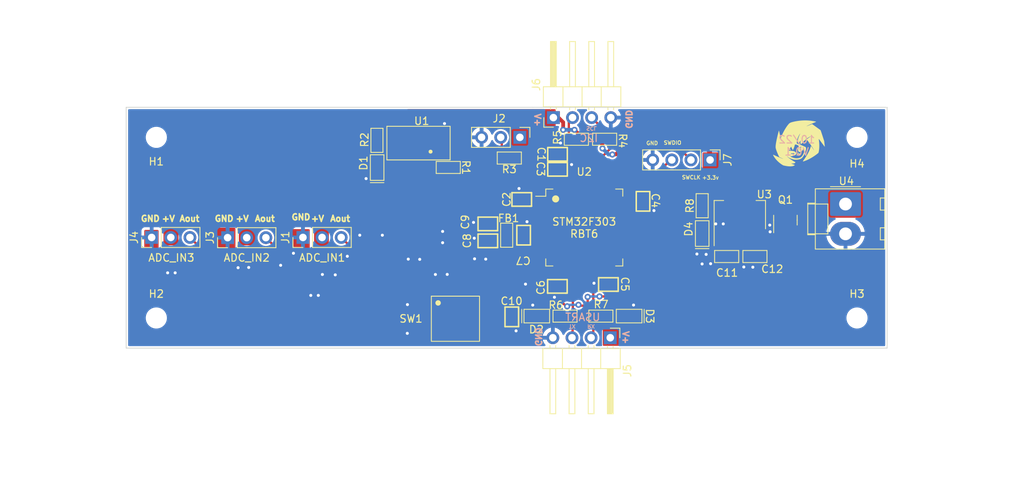
<source format=kicad_pcb>
(kicad_pcb (version 20211014) (generator pcbnew)
  (layers (0 "F.Cu" signal) (31 "B.Cu" signal) (34 "B.Paste" user) (35 "F.Paste" user) (36 "B.SilkS" user "B.Silkscreen") (37 "F.SilkS" user "F.Silkscreen") (38 "B.Mask" user) (39 "F.Mask" user) (44 "Edge.Cuts" user))
  (net 0 "")
  (net 1 "+3V3")
  (net 2 "GND")
  (net 3 "+3.3VA")
  (net 4 "/NRST")
  (net 5 "/POST_PRTCTION")
  (net 6 "Net-(D1-Pad2)")
  (net 7 "Net-(D2-Pad2)")
  (net 8 "Net-(D3-Pad2)")
  (net 9 "Net-(D4-Pad2)")
  (net 10 "/ADC_IN1")
  (net 11 "/BOOT0_SEL")
  (net 12 "/ADC_IN2")
  (net 13 "/ADC_IN3")
  (net 14 "/STM32_TX")
  (net 15 "/STM32_RX")
  (net 16 "/I2C1_SDA")
  (net 17 "/I2C1_SCL")
  (net 18 "/SWCLK")
  (net 19 "/SWDIO")
  (net 20 "/PWR_IN")
  (net 21 "/USER_LED")
  (net 22 "/OPC_IN")
  (net 23 "Net-(R2-Pad1)")
  (net 24 "/BOOT0_PIN")
  (footprint "footprints:0603_Capacitor" (layer "F.Cu") (at 167 70.55 180)
    (fp_text reference "C5")
    (fp_text value "0.1uF/16v")
  )
  (footprint "footprints:0805_Resistor" (layer "F.Cu") (at 161.25 74.75 180)
    (fp_text reference "R6")
    (fp_text value "1k")
  )
  (footprint "footprints:0603_Capacitor" (layer "F.Cu") (at 155.5 59.25 180)
    (fp_text reference "C2")
    (fp_text value "0.1uF/16v")
  )
  (footprint "footprints:0603_Capacitor" (layer "F.Cu") (at 160.25 55.25)
    (fp_text reference "C3")
    (fp_text value "0.1uF/16v")
  )
  (footprint "footprints:0603_Capacitor" (layer "F.Cu") (at 160.25 53.25)
    (fp_text reference "C1")
    (fp_text value "4.7uF/16v")
  )
  (footprint "footprints:LED_0805" (layer "F.Cu") (at 169.75 74.75 180)
    (fp_text reference "D3")
    (fp_text value "R_LED")
  )
  (footprint "footprints:0603_Capacitor" (layer "F.Cu") (at 151 62.5 180)
    (fp_text reference "C9")
    (fp_text value "1uF/16v")
  )
  (footprint "Connector_PinHeader_2.54mm:PinHeader_1x04_P2.54mm_Horizontal" (layer "F.Cu") (at 159.7 48.375 90)
    (fp_text reference "J6")
    (fp_text value "1x4_PinHeader")
  )
  (footprint "Connector_PinHeader_2.54mm:PinHeader_1x04_P2.54mm_Horizontal" (layer "F.Cu") (at 167.25 77.625 -90)
    (fp_text reference "J5")
    (fp_text value "1x4_PinHeader")
  )
  (footprint "MountingHole:MountingHole_2.2mm_M2" (layer "F.Cu") (at 107 51)
    (fp_text reference "H1")
    (fp_text value "MountingHole")
  )
  (footprint "footprints:0805_Resistor" (layer "F.Cu") (at 162.75 51.25 180)
    (fp_text reference "R5")
    (fp_text value "2.2k")
  )
  (footprint "footprints:0805_Capacitor" (layer "F.Cu") (at 186.45 66.832 180)
    (fp_text reference "C12")
    (fp_text value "22uF/16v")
  )
  (footprint "Package_TO_SOT_SMD:SOT-223-3_TabPin2" (layer "F.Cu") (at 184.45 61.3 90)
    (fp_text reference "U3")
    (fp_text value "AMS1117-3.3")
  )
  (footprint "footprints:0805_Resistor" (layer "F.Cu") (at 145.75 55 180)
    (fp_text reference "R1")
    (fp_text value "1k")
  )
  (footprint "footprints:0603_Capacitor" (layer "F.Cu") (at 160.23 70.8 180)
    (fp_text reference "C6")
    (fp_text value "0.1uF/16v")
  )
  (footprint "footprints:0805_Capacitor" (layer "F.Cu") (at 182.7 66.832 180)
    (fp_text reference "C11")
    (fp_text value "22uF/16v")
  )
  (footprint "footprints:LED_0805" (layer "F.Cu") (at 179.45 63.782 90)
    (fp_text reference "D4")
    (fp_text value "G_LED")
  )
  (footprint "footprints:0805_Resistor" (layer "F.Cu") (at 153.5 64 90)
    (fp_text reference "FB1")
    (fp_text value "600@100MHz")
  )
  (footprint "footprints:0603_Capacitor" (layer "F.Cu") (at 155.75 64 90)
    (fp_text reference "C7")
    (fp_text value "10nF/16v")
  )
  (footprint "OptoDevice:SOIC-4" (layer "F.Cu") (at 141.8 51.6 90)
    (fp_text reference "U1")
    (fp_text value "CYTLP185")
  )
  (footprint "footprints:0603_Capacitor" (layer "F.Cu") (at 171.6 59.5 -90)
    (fp_text reference "C4")
    (fp_text value "0.1uF/16v")
  )
  (footprint "Logos:ES_LOGO" (layer "F.Cu") (at 192.4 51.8)
    (fp_text reference "G***")
    (fp_text value "LOGO" hide)
  )
  (footprint "footprints:0805_Resistor" (layer "F.Cu") (at 166 74.75)
    (fp_text reference "R7")
    (fp_text value "1k")
  )
  (footprint "Package_TO_SOT_SMD:SOT-23" (layer "F.Cu") (at 190.5 62 90)
    (fp_text reference "Q1")
    (fp_text value "AO3401A")
  )
  (footprint "footprints:0805_Resistor" (layer "F.Cu") (at 179.45 60.082 -90)
    (fp_text reference "R8")
    (fp_text value "1k")
  )
  (footprint "Connector_PinHeader_2.54mm:PinHeader_1x03_P2.54mm_Vertical" (layer "F.Cu") (at 155.25 51 -90)
    (fp_text reference "J2")
    (fp_text value "1x3_pinHeader")
  )
  (footprint "footprints:0805_Resistor" (layer "F.Cu") (at 166.5 51.25)
    (fp_text reference "R4")
    (fp_text value "2.2k")
  )
  (footprint "footprints:0603_Capacitor" (layer "F.Cu") (at 154.18 74.85 -90)
    (fp_text reference "C10")
    (fp_text value "0.1uF/16v")
  )
  (footprint "Package_QFP:LQFP-64_10x10mm_P0.5mm" (layer "F.Cu") (at 163.8 62.98)
    (fp_text reference "U2")
    (fp_text value "STM32F303RBTx")
  )
  (footprint "Connector_Molex:Molex_KK-396_A-41791-0002_1x02_P3.96mm_Vertical" (layer "F.Cu") (at 198.475 59.86 -90)
    (fp_text reference "U4")
    (fp_text value "1x2_pinheader")
  )
  (footprint "MountingHole:MountingHole_2.2mm_M2" (layer "F.Cu") (at 200 75)
    (fp_text reference "H3")
    (fp_text value "MountingHole")
  )
  (footprint "footprints:0805_Resistor" (layer "F.Cu") (at 136.2788 51.3968 -90)
    (fp_text reference "R2")
    (fp_text value "1k")
  )
  (footprint "Connector_PinHeader_2.54mm:PinHeader_1x03_P2.54mm_Vertical" (layer "F.Cu") (at 116.46 64.3254 90)
    (fp_text reference "J3")
    (fp_text value "1x3_pinHeader")
  )
  (footprint "footprints:0603_Capacitor" (layer "F.Cu") (at 151 64.75 180)
    (fp_text reference "C8")
    (fp_text value "1uF/16v")
  )
  (footprint "MountingHole:MountingHole_2.2mm_M2" (layer "F.Cu") (at 107 75)
    (fp_text reference "H2")
    (fp_text value "MountingHole")
  )
  (footprint "footprints:LED_0805" (layer "F.Cu") (at 136.3042 55.0138 90)
    (fp_text reference "D1")
    (fp_text value "G_LED")
  )
  (footprint "footprints:LED_0805" (layer "F.Cu") (at 157.5 74.75)
    (fp_text reference "D2")
    (fp_text value "G_LED")
  )
  (footprint "Button_Switch_SMD:PUSH_6x6mm_SMD" (layer "F.Cu") (at 146.7 75.1)
    (fp_text reference "SW1")
    (fp_text value "SW_MEC_5E")
  )
  (footprint "Connector_PinHeader_2.54mm:PinHeader_1x03_P2.54mm_Vertical" (layer "F.Cu") (at 126.46 64.3 90)
    (fp_text reference "J1")
    (fp_text value "1x3_pinHeader")
  )
  (footprint "MountingHole:MountingHole_2.2mm_M2" (layer "F.Cu") (at 200 51)
    (fp_text reference "H4")
    (fp_text value "MountingHole")
  )
  (footprint "footprints:0805_Resistor" (layer "F.Cu") (at 153.85 53.75)
    (fp_text reference "R3")
    (fp_text value "10k")
  )
  (footprint "Connector_PinHeader_2.54mm:PinHeader_1x03_P2.54mm_Vertical" (layer "F.Cu") (at 106.38 64.3 90)
    (fp_text reference "J4")
    (fp_text value "1x3_pinHeader")
  )
  (footprint "Connector_PinHeader_2.54mm:PinHeader_1x04_P2.54mm_Vertical" (layer "F.Cu") (at 180.5 54 -90)
    (fp_text reference "J7")
    (fp_text value "1x4_PinHeader")
  )
  (gr_line (start 103 47) (end 157 47) (layer "Edge.Cuts") (width 0.1))
  (gr_line (start 204 79) (end 103 79) (layer "Edge.Cuts") (width 0.1))
  (gr_line (start 157 47) (end 204 47) (layer "Edge.Cuts") (width 0.1))
  (gr_line (start 204 47) (end 204 79) (layer "Edge.Cuts") (width 0.1))
  (gr_line (start 103 79) (end 103 47) (layer "Edge.Cuts") (width 0.1))
  (gr_text "GND" (at 157.7 77.5 -90) (layer "B.SilkS") (effects (font (size 0.8 0.8) (thickness 0.2)) (justify mirror)))
  (gr_text "+V" (at 169.3 77.6 -90) (layer "B.SilkS") (effects (font (size 0.8 0.8) (thickness 0.2)) (justify mirror)))
  (gr_text "GND" (at 169.7 48.6 -90) (layer "B.SilkS") (effects (font (size 0.8 0.8) (thickness 0.2)) (justify mirror)))
  (gr_text "SCL" (at 164.77 49.8 -180) (layer "B.SilkS") (effects (font (size 0.5 0.5) (thickness 0.1)) (justify mirror)))
  (gr_text "10/22\nV0.1" (at 192 52.1) (layer "B.SilkS") (effects (font (size 1 1)) (justify mirror)))
  (gr_text "+V" (at 157.6 48.7 -90) (layer "B.SilkS") (effects (font (size 0.8 0.8) (thickness 0.2)) (justify mirror)))
  (gr_text "USART" (at 163.6 74.9) (layer "B.SilkS") (effects (font (size 1 1)) (justify mirror)))
  (gr_text "I2C" (at 164.4 51.1) (layer "B.SilkS") (effects (font (size 1 1)) (justify mirror)))
  (gr_text "RX" (at 164.7 76.1 -180) (layer "B.SilkS") (effects (font (size 0.5 0.5) (thickness 0.1)) (justify mirror)))
  (gr_text "TX" (at 162.2 76.1 -180) (layer "B.SilkS") (effects (font (size 0.5 0.5) (thickness 0.1)) (justify mirror)))
  (gr_text "SWCLK" (at 178 56.32) (layer "F.SilkS") (effects (font (size 0.5 0.5) (thickness 0.1))))
  (gr_text "Aout" (at 121.4 61.8) (layer "F.SilkS") (effects (font (size 0.8 0.8) (thickness 0.2))))
  (gr_text "+3.3v" (at 180.55 56.35) (layer "F.SilkS") (effects (font (size 0.5 0.5) (thickness 0.1))))
  (gr_text "ADC_IN3" (at 109 67) (layer "F.SilkS") (effects (font (size 1 1))))
  (gr_text "+V" (at 128.4 61.8) (layer "F.SilkS") (effects (font (size 0.8 0.8) (thickness 0.2))))
  (gr_text "ADC_IN2" (at 119 67) (layer "F.SilkS") (effects (font (size 1 1))))
  (gr_text "+V" (at 108.6 61.8) (layer "F.SilkS") (effects (font (size 0.8 0.8) (thickness 0.2))))
  (gr_text "SWDIO" (at 175.52 51.72) (layer "F.SilkS") (effects (font (size 0.5 0.5) (thickness 0.1))))
  (gr_text "Aout" (at 111.4 61.8) (layer "F.SilkS") (effects (font (size 0.8 0.8) (thickness 0.2))))
  (gr_text "ADC_IN1" (at 129 67) (layer "F.SilkS") (effects (font (size 1 1))))
  (gr_text "GND" (at 106.2 61.8) (layer "F.SilkS") (effects (font (size 0.8 0.8) (thickness 0.2))))
  (gr_text "GND" (at 172.81 51.77) (layer "F.SilkS") (effects (font (size 0.5 0.5) (thickness 0.1))))
  (gr_text "Aout" (at 131.4 61.8) (layer "F.SilkS") (effects (font (size 0.8 0.8) (thickness 0.2))))
  (gr_text "GND" (at 126.2 61.6) (layer "F.SilkS") (effects (font (size 0.8 0.8) (thickness 0.2))))
  (gr_text "+V" (at 118.4 61.8) (layer "F.SilkS") (effects (font (size 0.8 0.8) (thickness 0.2))))
  (gr_text "GND" (at 116 61.8) (layer "F.SilkS") (effects (font (size 0.8 0.8) (thickness 0.2))))
  (gr_text "STM32F303\nRBT6" (at 163.79 63.02) (layer "F.SilkS") (effects (font (size 1 1))))
  (segment (start 179.5 52) (end 178.25 50.75) (width 0.5) (layer "F.Cu") (net 1))
  (segment (start 164.06 73.36) (end 163.14 73.36) (width 0.3) (layer "F.Cu") (net 1))
  (segment (start 166.220023 52.470023) (end 166.220023 51.970023) (width 0.5) (layer "F.Cu") (net 1))
  (segment (start 161.0005 50) (end 161.0005 49.0005) (width 0.5) (layer "F.Cu") (net 1))
  (segment (start 164.2505 73.1695) (end 164.06 73.36) (width 0.3) (layer "F.Cu") (net 1))
  (segment (start 163.14 73.36) (end 163.03 73.25) (width 0.3) (layer "F.Cu") (net 1))
  (segment (start 160.0292 56.2792) (end 160.0292 57.1138) (width 0.3) (layer "F.Cu") (net 1))
  (segment (start 163.75 51.25) (end 162.5 50) (width 0.5) (layer "F.Cu") (net 1))
  (segment (start 168 53.25) (end 167.559954 53.25) (width 0.5) (layer "F.Cu") (net 1))
  (segment (start 169.475 59.01) (end 169.735 58.75) (width 0.3) (layer "F.Cu") (net 1))
  (segment (start 166.220023 51.970023) (end 165.5 51.25) (width 0.5) (layer "F.Cu") (net 1))
  (segment (start 167.55 68.655) (end 167.55 70.35) (width 0.3) (layer "F.Cu") (net 1))
  (segment (start 161.0005 49.0005) (end 160.375 48.375) (width 0.5) (layer "F.Cu") (net 1))
  (segment (start 151.75 62.5) (end 153 62.5) (width 0.4) (layer "F.Cu") (net 1))
  (segment (start 139.63 52.87) (end 138.8 52.87) (width 0.3) (layer "F.Cu") (net 1))
  (segment (start 184.45 64.45) (end 184.45 65.35) (width 0.7) (layer "F.Cu") (net 1))
  (segment (start 170.5 50.75) (end 168 53.25) (width 0.5) (layer "F.Cu") (net 1))
  (segment (start 159.5 55.25) (end 159.5 53.25) (width 0.5) (layer "F.Cu") (net 1))
  (segment (start 158.125 59.23) (end 156.27 59.23) (width 0.3) (layer "F.Cu") (net 1))
  (segment (start 159.5 55.25) (end 159.5 55.75) (width 0.3) (layer "F.Cu") (net 1))
  (segment (start 167.849511 77.025489) (end 167.25 77.625) (width 0.3) (layer "F.Cu") (net 1))
  (segment (start 164.2505 72.2) (end 164.2505 73.1695) (width 0.3) (layer "F.Cu") (net 1))
  (segment (start 161.39 73.45) (end 160.98 73.04) (width 0.3) (layer "F.Cu") (net 1))
  (segment (start 184.45 65.35) (end 183.7 66.1) (width 0.7) (layer "F.Cu") (net 1))
  (segment (start 180.5 53) (end 179.5 52) (width 0.5) (layer "F.Cu") (net 1))
  (segment (start 160.98 73.04) (end 160.98 70.8) (width 0.3) (layer "F.Cu") (net 1))
  (segment (start 161.05 68.655) (end 161.05 70.73) (width 0.3) (layer "F.Cu") (net 1))
  (segment (start 167.42 72.14) (end 165.82 72.14) (width 0.3) (layer "F.Cu") (net 1))
  (segment (start 167.46 72.1) (end 167.42 72.14) (width 0.3) (layer "F.Cu") (net 1))
  (segment (start 183.7 66.1) (end 183.7 66.832) (width 0.7) (layer "F.Cu") (net 1))
  (segment (start 178.25 50.75) (end 170.5 50.75) (width 0.5) (layer "F.Cu") (net 1))
  (segment (start 167.75 71.81) (end 167.46 72.1) (width 0.3) (layer "F.Cu") (net 1))
  (segment (start 171.6 58.75) (end 169.735 58.75) (width 0.3) (layer "F.Cu") (net 1))
  (segment (start 169.475 59.23) (end 169.475 59.01) (width 0.3) (layer "F.Cu") (net 1))
  (segment (start 167.559954 53.25) (end 167.529977 53.279977) (width 0.4) (layer "F.Cu") (net 1))
  (segment (start 153 62.5) (end 153.5 63) (width 0.4) (layer "F.Cu") (net 1))
  (segment (start 159.5 55.75) (end 160.0292 56.2792) (width 0.3) (layer "F.Cu") (net 1))
  (segment (start 160.98 70.8) (end 161.0592 70.7208) (width 0.3) (layer "F.Cu") (net 1))
  (segment (start 180.5 54) (end 180.5 53) (width 0.5) (layer "F.Cu") (net 1))
  (segment (start 165.5 51.25) (end 163.75 51.25) (width 0.5) (layer "F.Cu") (net 1))
  (segment (start 167.75 70.55) (end 167.75 71.81) (width 0.3) (layer "F.Cu") (net 1))
  (segment (start 156.27 59.23) (end 156.25 59.25) (width 0.3) (layer "F.Cu") (net 1))
  (segment (start 160.375 48.375) (end 159.7 48.375) (width 0.4) (layer "F.Cu") (net 1))
  (via (at 162.5 50) (size 0.8) (drill 0.4) (layers "F.Cu" "B.Cu") (net 1))
  (via (at 165.82 72.14) (size 0.8) (drill 0.4) (layers "F.Cu" "B.Cu") (net 1))
  (via (at 161.0005 50) (size 0.8) (drill 0.4) (layers "F.Cu" "B.Cu") (net 1))
  (via (at 163.03 73.25) (size 0.8) (drill 0.4) (layers "F.Cu" "B.Cu") (net 1))
  (via (at 166.220023 52.470023) (size 0.8) (drill 0.4) (layers "F.Cu" "B.Cu") (net 1))
  (via (at 167.529977 53.279977) (size 0.8) (drill 0.4) (layers "F.Cu" "B.Cu") (net 1))
  (via (at 164.2505 72.2) (size 0.8) (drill 0.4) (layers "F.Cu" "B.Cu") (net 1))
  (via (at 161.5305 73.45) (size 0.8) (drill 0.4) (layers "F.Cu" "B.Cu") (net 1))
  (segment (start 164.3105 72.14) (end 164.2505 72.2) (width 0.3) (layer "B.Cu") (net 1))
  (segment (start 163.03 73.25) (end 161.7305 73.25) (width 0.3) (layer "B.Cu") (net 1))
  (segment (start 162.5 50) (end 161.0005 50) (width 0.5) (layer "B.Cu") (net 1))
  (segment (start 167.029977 53.279977) (end 166.220023 52.470023) (width 0.5) (layer "B.Cu") (net 1))
  (segment (start 161.7305 73.25) (end 161.5305 73.45) (width 0.3) (layer "B.Cu") (net 1))
  (segment (start 167.529977 53.279977) (end 167.029977 53.279977) (width 0.5) (layer "B.Cu") (net 1))
  (segment (start 165.82 72.14) (end 164.3105 72.14) (width 0.3) (layer "B.Cu") (net 1))
  (segment (start 155.14 57.8) (end 154.75 58.19) (width 0.4) (layer "F.Cu") (net 2))
  (segment (start 165.09 70.38) (end 166.08 70.38) (width 0.5) (layer "F.Cu") (net 2))
  (segment (start 161 53.25) (end 161 55.25) (width 0.3) (layer "F.Cu") (net 2))
  (segment (start 161.483618 55.25) (end 161 55.25) (width 0.4) (layer "F.Cu") (net 2))
  (segment (start 160.650498 51.75) (end 160.900489 51.999991) (width 0.3) (layer "F.Cu") (net 2))
  (segment (start 156.55 73.7) (end 156.55 74.75) (width 0.4) (layer "F.Cu") (net 2))
  (segment (start 149.2 64.4) (end 149.55 64.75) (width 0.5) (layer "F.Cu") (net 2))
  (segment (start 167.05 69.75) (end 166.25 70.55) (width 0.3) (layer "F.Cu") (net 2))
  (segment (start 158.125 64.73) (end 157.07 64.73) (width 0.3) (layer "F.Cu") (net 2))
  (segment (start 179.732 64.45) (end 179.45 64.732) (width 0.3) (layer "F.Cu") (net 2))
  (segment (start 156.96 73.29) (end 156.55 73.7) (width 0.4) (layer "F.Cu") (net 2))
  (segment (start 173.05 60.64) (end 172.66 60.25) (width 0.3) (layer "F.Cu") (net 2))
  (segment (start 173.05 60.73) (end 173.05 60.64) (width 0.3) (layer "F.Cu") (net 2))
  (segment (start 159.48 71.88) (end 159.48 70.8) (width 0.5) (layer "F.Cu") (net 2))
  (segment (start 169.475 59.73) (end 171.08 59.73) (width 0.3) (layer "F.Cu") (net 2))
  (segment (start 162.116809 54.616809) (end 161.483618 55.25) (width 0.4) (layer "F.Cu") (net 2))
  (segment (start 140.33 73.22) (end 140.7 72.85) (width 0.4) (layer "F.Cu") (net 2))
  (segment (start 167.05 68.655) (end 167.05 69.75) (width 0.3) (layer "F.Cu") (net 2))
  (segment (start 156.861511 64.521511) (end 156.861511 64.242) (width 0.3) (layer "F.Cu") (net 2))
  (segment (start 160.900489 51.999991) (end 160.900489 52.15) (width 0.3) (layer "F.Cu") (net 2))
  (segment (start 154.18 75.6) (end 154.18 76.14) (width 0.4) (layer "F.Cu") (net 2))
  (segment (start 157.07 64.73) (end 156.861511 64.521511) (width 0.3) (layer "F.Cu") (net 2))
  (segment (start 154.75 58.19) (end 154.75 59.25) (width 0.4) (layer "F.Cu") (net 2))
  (segment (start 140.7 72.85) (end 142.15 72.85) (width 0.4) (layer "F.Cu") (net 2))
  (segment (start 172.66 60.25) (end 171.6 60.25) (width 0.3) (layer "F.Cu") (net 2))
  (segment (start 160.55 57.305) (end 160.55 55.7) (width 0.3) (layer "F.Cu") (net 2))
  (segment (start 145.25 49.17) (end 144.8 49.62) (width 0.5) (layer "F.Cu") (net 2))
  (segment (start 155.869511 63.25) (end 155.75 63.25) (width 0.3) (layer "F.Cu") (net 2))
  (segment (start 140.62 77.35) (end 142.15 77.35) (width 0.4) (layer "F.Cu") (net 2))
  (segment (start 170.7 73.64) (end 170.7 74.75) (width 0.5) (layer "F.Cu") (net 2))
  (segment (start 181.7 64.9) (end 182.15 64.45) (width 0.3) (layer "F.Cu") (net 2))
  (segment (start 140.31 77.04) (end 140.62 77.35) (width 0.4) (layer "F.Cu") (net 2))
  (segment (start 149.3 62.5) (end 150.25 62.5) (width 0.5) (layer "F.Cu") (net 2))
  (segment (start 160.55 55.7) (end 161 55.25) (width 0.3) (layer "F.Cu") (net 2))
  (segment (start 144.8 49.62) (end 144.8 50.33) (width 0.5) (layer "F.Cu") (net 2))
  (segment (start 160.900489 52.15) (end 161 52.249511) (width 0.3) (layer "F.Cu") (net 2))
  (segment (start 161 52.249511) (end 161 53.25) (width 0.3) (layer "F.Cu") (net 2))
  (segment (start 134.84 56.48) (end 135.3562 55.9638) (width 0.4) (layer "F.Cu") (net 2))
  (segment (start 159.84 72.24) (end 159.48 71.88) (width 0.5) (layer "F.Cu") (net 2))
  (segment (start 155.940039 63.25) (end 155.75 63.25) (width 0.3) (layer "F.Cu") (net 2))
  (segment (start 156.861511 64.242) (end 155.869511 63.25) (width 0.3) (layer "F.Cu") (net 2))
  (segment (start 155.9 63.25) (end 155.75 63.25) (width 0.3) (layer "F.Cu") (net 2))
  (segment (start 171.08 59.73) (end 171.6 60.25) (width 0.3) (layer "F.Cu") (net 2))
  (segment (start 149.1 62.3) (end 149.3 62.5) (width 0.5) (layer "F.Cu") (net 2))
  (segment (start 170.34 73.28) (end 170.7 73.64) (width 0.5) (layer "F.Cu") (net 2))
  (segment (start 149.55 64.75) (end 150.25 64.75) (width 0.5) (layer "F.Cu") (net 2))
  (segment (start 156.2 62.21) (end 155.75 62.66) (width 0.5) (layer "F.Cu") (net 2))
  (segment (start 155.75 62.66) (end 155.75 63.25) (width 0.5) (layer "F.Cu") (net 2))
  (segment (start 154.18 76.14) (end 154.75 76.71) (width 0.4) (layer "F.Cu") (net 2))
  (segment (start 135.3562 55.9638) (end 136.3042 55.9638) (width 0.4) (layer "F.Cu") (net 2))
  (via (at 134.84 56.48) (size 0.8) (drill 0.4) (layers "F.Cu" "B.Cu") (net 2))
  (via (at 173.05 60.73) (size 0.8) (drill 0.4) (layers "F.Cu" "B.Cu") (net 2))
  (via (at 181.25 62.5) (size 0.8) (drill 0.4) (layers "F.Cu" "B.Cu") (net 2))
  (via (at 125.2 66.4) (size 0.8) (drill 0.4) (layers "F.Cu" "B.Cu") (net 2))
  (via (at 188.47 63.55) (size 0.8) (drill 0.4) (layers "F.Cu" "B.Cu") (net 2))
  (via (at 165.09 70.38) (size 0.8) (drill 0.4) (layers "F.Cu" "B.Cu") (net 2))
  (via (at 149.1 62.3) (size 0.8) (drill 0.4) (layers "F.Cu" "B.Cu") (net 2))
  (via (at 108.5 69) (size 0.8) (drill 0.4) (layers "F.Cu" "B.Cu") (net 2))
  (via (at 119.26 68.29) (size 0.8) (drill 0.4) (layers "F.Cu" "B.Cu") (net 2))
  (via (at 159.84 72.24) (size 0.8) (drill 0.4) (layers "F.Cu" "B.Cu") (net 2))
  (via (at 130.75 69.27) (size 0.8) (drill 0.4) (layers "F.Cu" "B.Cu") (net 2))
  (via (at 140.44 67.18) (size 0.8) (drill 0.4) (layers "F.Cu" "B.Cu") (net 2))
  (via (at 188.42 62.66) (size 0.8) (drill 0.4) (layers "F.Cu" "B.Cu") (net 2))
  (via (at 145 65) (size 0.8) (drill 0.4) (layers "F.Cu" "B.Cu") (net 2))
  (via (at 127.5 72) (size 0.8) (drill 0.4) (layers "F.Cu" "B.Cu") (net 2))
  (via (at 156.2 62.21) (size 0.8) (drill 0.4) (layers "F.Cu" "B.Cu") (net 2))
  (via (at 145.61 69.21) (size 0.8) (drill 0.4) (layers "F.Cu" "B.Cu") (net 2))
  (via (at 137 64) (size 0.8) (drill 0.4) (layers "F.Cu" "B.Cu") (net 2))
  (via (at 180.57 67.79) (size 0.8) (drill 0.4) (layers "F.Cu" "B.Cu") (net 2))
  (via (at 134 64) (size 0.8) (drill 0.4) (layers "F.Cu" "B.Cu") (net 2))
  (via (at 145 63.5) (size 0.8) (drill 0.4) (layers "F.Cu" "B.Cu") (net 2))
  (via (at 160.650498 51.75) (size 0.8) (drill 0.4) (layers "F.Cu" "B.Cu") (net 2))
  (via (at 129.04 69.22) (size 0.8) (drill 0.4) (layers "F.Cu" "B.Cu") (net 2))
  (via (at 178.75 66.5) (size 0.8) (drill 0.4) (layers "F.Cu" "B.Cu") (net 2))
  (via (at 182.25 62.5) (size 0.8) (drill 0.4) (layers "F.Cu" "B.Cu") (net 2))
  (via (at 179.975 66.55) (size 0.8) (drill 0.4) (layers "F.Cu" "B.Cu") (net 2))
  (via (at 117.85 68.32) (size 0.8) (drill 0.4) (layers "F.Cu" "B.Cu") (net 2))
  (via (at 162.116809 54.616809) (size 0.8) (drill 0.4) (layers "F.Cu" "B.Cu") (net 2))
  (via (at 128.5 72) (size 0.8) (drill 0.4) (layers "F.Cu" "B.Cu") (net 2))
  (via (at 155.14 57.8) (size 0.8) (drill 0.4) (layers "F.Cu" "B.Cu") (net 2))
  (via (at 149.2 64.4) (size 0.8) (drill 0.4) (layers "F.Cu" "B.Cu") (net 2))
  (via (at 141.96 67.21) (size 0.8) (drill 0.4) (layers "F.Cu" "B.Cu") (net 2))
  (via (at 132.35 66.8) (size 0.8) (drill 0.4) (layers "F.Cu" "B.Cu") (net 2))
  (via (at 179.44 67.82) (size 0.8) (drill 0.4) (layers "F.Cu" "B.Cu") (net 2))
  (via (at 156 70.5) (size 0.8) (drill 0.4) (layers "F.Cu" "B.Cu") (net 2))
  (via (at 140.31 77.04) (size 0.8) (drill 0.4) (layers "F.Cu" "B.Cu") (net 2))
  (via (at 150.72 67.18) (size 0.8) (drill 0.4) (layers "F.Cu" "B.Cu") (net 2))
  (via (at 123.5 68) (size 0.8) (drill 0.4) (layers "F.Cu" "B.Cu") (net 2))
  (via (at 156.96 73.29) (size 0.8) (drill 0.4) (layers "F.Cu" "B.Cu") (net 2))
  (via (at 170.34 73.28) (size 0.8) (drill 0.4) (layers "F.Cu" "B.Cu") (net 2))
  (via (at 144.04 69.22) (size 0.8) (drill 0.4) (layers "F.Cu" "B.Cu") (net 2))
  (via (at 186.175 68.25) (size 0.8) (drill 0.4) (layers "F.Cu" "B.Cu") (net 2))
  (via (at 184.975 68.225) (size 0.8) (drill 0.4) (layers "F.Cu" "B.Cu") (net 2))
  (via (at 109.5 69) (size 0.8) (drill 0.4) (layers "F.Cu" "B.Cu") (net 2))
  (via (at 154.75 76.71) (size 0.8) (drill 0.4) (layers "F.Cu" "B.Cu") (net 2))
  (via (at 145.25 49.17) (size 0.8) (drill 0.4) (layers "F.Cu" "B.Cu") (net 2))
  (via (at 140.33 73.22) (size 0.8) (drill 0.4) (layers "F.Cu" "B.Cu") (net 2))
  (via (at 149.24 67.14) (size 0.8) (drill 0.4) (layers "F.Cu" "B.Cu") (net 2))
  (segment (start 158.125 65.23) (end 156.23 65.23) (width 0.3) (layer "F.Cu") (net 3))
  (segment (start 151.75 64.75) (end 153.25 64.75) (width 0.5) (layer "F.Cu") (net 3))
  (segment (start 156.23 65.23) (end 155.75 64.75) (width 0.3) (layer "F.Cu") (net 3))
  (segment (start 155.5 65) (end 155.75 64.75) (width 0.3) (layer "F.Cu") (net 3))
  (segment (start 153.25 64.75) (end 153.5 65) (width 0.3) (layer "F.Cu") (net 3))
  (segment (start 153.5 65) (end 155.5 65) (width 0.5) (layer "F.Cu") (net 3))
  (segment (start 159.41 62.639639) (end 159.000361 62.23) (width 0.3) (layer "F.Cu") (net 4))
  (segment (start 158.43 70.65) (end 158.43 69.7) (width 0.3) (layer "F.Cu") (net 4))
  (segment (start 154.18 74.1) (end 154.98 74.1) (width 0.3) (layer "F.Cu") (net 4))
  (segment (start 159.41 68.72) (end 159.41 62.639639) (width 0.3) (layer "F.Cu") (net 4))
  (segment (start 151.25 72.85) (end 151.25 77.35) (width 0.3) (layer "F.Cu") (net 4))
  (segment (start 158.43 69.7) (end 159.41 68.72) (width 0.3) (layer "F.Cu") (net 4))
  (segment (start 154.18 74.1) (end 152.5 74.1) (width 0.3) (layer "F.Cu") (net 4))
  (segment (start 159.000361 62.23) (end 158.125 62.23) (width 0.3) (layer "F.Cu") (net 4))
  (segment (start 152.5 74.1) (end 151.25 72.85) (width 0.3) (layer "F.Cu") (net 4))
  (segment (start 154.98 74.1) (end 158.43 70.65) (width 0.3) (layer "F.Cu") (net 4))
  (segment (start 186.75 66.132) (end 186.75 64.45) (width 0.7) (layer "F.Cu") (net 5))
  (segment (start 187.45 66.832) (end 186.75 66.132) (width 0.7) (layer "F.Cu") (net 5))
  (segment (start 136.2788 52.3968) (end 136.2788 54.0384) (width 0.3) (layer "F.Cu") (net 6))
  (segment (start 136.2788 54.0384) (end 136.3042 54.0638) (width 0.3) (layer "F.Cu") (net 6))
  (segment (start 158.45 74.75) (end 160.25 74.75) (width 0.3) (layer "F.Cu") (net 7))
  (segment (start 168.8 74.75) (end 167 74.75) (width 0.3) (layer "F.Cu") (net 8))
  (segment (start 179.45 61.082) (end 179.45 62.832) (width 0.3) (layer "F.Cu") (net 9))
  (segment (start 133.41 66.17) (end 131.54 64.3) (width 0.3) (layer "F.Cu") (net 10))
  (segment (start 158.125 65.73) (end 156.263572 65.73) (width 0.3) (layer "F.Cu") (net 10))
  (segment (start 156.263572 65.73) (end 155.823572 66.17) (width 0.3) (layer "F.Cu") (net 10))
  (segment (start 155.823572 66.17) (end 133.41 66.17) (width 0.3) (layer "F.Cu") (net 10))
  (segment (start 152.85 51.14) (end 152.71 51) (width 0.3) (layer "F.Cu") (net 11))
  (segment (start 152.85 53.75) (end 152.85 51.14) (width 0.3) (layer "F.Cu") (net 11))
  (segment (start 125.4646 68.25) (end 155.11 68.25) (width 0.3) (layer "F.Cu") (net 12))
  (segment (start 155.11 68.25) (end 157.13 66.23) (width 0.3) (layer "F.Cu") (net 12))
  (segment (start 157.13 66.23) (end 158.125 66.23) (width 0.3) (layer "F.Cu") (net 12))
  (segment (start 121.54 64.3254) (end 125.4646 68.25) (width 0.3) (layer "F.Cu") (net 12))
  (segment (start 154.625 70.23) (end 158.125 66.73) (width 0.3) (layer "F.Cu") (net 13))
  (segment (start 152.32003 70.23) (end 152.329541 70.220489) (width 0.3) (layer "F.Cu") (net 13))
  (segment (start 117.39 70.23) (end 152.32003 70.23) (width 0.3) (layer "F.Cu") (net 13))
  (segment (start 111.46 64.3) (end 117.39 70.23) (width 0.3) (layer "F.Cu") (net 13))
  (segment (start 152.950459 70.220489) (end 152.95997 70.23) (width 0.3) (layer "F.Cu") (net 13))
  (segment (start 152.95997 70.23) (end 154.625 70.23) (width 0.3) (layer "F.Cu") (net 13))
  (segment (start 152.329541 70.220489) (end 152.950459 70.220489) (width 0.3) (layer "F.Cu") (net 13))
  (segment (start 162.25 77.545) (end 162.17 77.625) (width 0.3) (layer "F.Cu") (net 14))
  (segment (start 162.280011 71.389989) (end 163.55 70.12) (width 0.3) (layer "F.Cu") (net 14))
  (segment (start 162.25 74.75) (end 162.280011 74.719989) (width 0.3) (layer "F.Cu") (net 14))
  (segment (start 163.55 70.12) (end 163.55 68.655) (width 0.3) (layer "F.Cu") (net 14))
  (segment (start 162.25 74.75) (end 162.25 77.545) (width 0.3) (layer "F.Cu") (net 14))
  (segment (start 162.280011 74.719989) (end 162.280011 71.389989) (width 0.3) (layer "F.Cu") (net 14))
  (segment (start 164.05 68.655) (end 164.05 70.39997) (width 0.3) (layer "F.Cu") (net 15))
  (segment (start 165 77.335) (end 164.71 77.625) (width 0.3) (layer "F.Cu") (net 15))
  (segment (start 164.05 70.39997) (end 165 71.34997) (width 0.3) (layer "F.Cu") (net 15))
  (segment (start 165 74.75) (end 165 77.335) (width 0.3) (layer "F.Cu") (net 15))
  (segment (start 165 71.34997) (end 165 74.75) (width 0.3) (layer "F.Cu") (net 15))
  (segment (start 162.55 57.305) (end 162.55 55.29) (width 0.3) (layer "F.Cu") (net 16))
  (segment (start 161.75 48.865) (end 162.24 48.375) (width 0.3) (layer "F.Cu") (net 16))
  (segment (start 163 54.84) (end 163 52.5) (width 0.3) (layer "F.Cu") (net 16))
  (segment (start 161.75 51.25) (end 161.75 48.865) (width 0.3) (layer "F.Cu") (net 16))
  (segment (start 162.55 55.29) (end 163 54.84) (width 0.3) (layer "F.Cu") (net 16))
  (segment (start 163 52.5) (end 161.75 51.25) (width 0.3) (layer "F.Cu") (net 16))
  (segment (start 167.5 51.25) (end 167.5 52.25) (width 0.3) (layer "F.Cu") (net 17))
  (segment (start 163.1 55.81) (end 163.05 55.86) (width 0.3) (layer "F.Cu") (net 17))
  (segment (start 167.5 52.25) (end 165.75 54) (width 0.3) (layer "F.Cu") (net 17))
  (segment (start 163.05 55.86) (end 163.05 57.305) (width 0.3) (layer "F.Cu") (net 17))
  (segment (start 163.11 55.81) (end 163.1 55.81) (width 0.3) (layer "F.Cu") (net 17))
  (segment (start 165.75 54) (end 164.92 54) (width 0.3) (layer "F.Cu") (net 17))
  (segment (start 164.92 54) (end 163.11 55.81) (width 0.3) (layer "F.Cu") (net 17))
  (segment (start 167.5 51.095) (end 164.78 48.375) (width 0.3) (layer "F.Cu") (net 17))
  (segment (start 167.5 51.25) (end 167.5 51.095) (width 0.3) (layer "F.Cu") (net 17))
  (segment (start 167.55 55.95) (end 171 52.5) (width 0.3) (layer "F.Cu") (net 18))
  (segment (start 177.96 54) (end 176.46 52.5) (width 0.3) (layer "F.Cu") (net 18))
  (segment (start 167.55 57.305) (end 167.55 55.95) (width 0.3) (layer "F.Cu") (net 18))
  (segment (start 176.46 52.5) (end 171 52.5) (width 0.3) (layer "F.Cu") (net 18))
  (segment (start 171.117639 56) (end 168.19 58.927639) (width 0.3) (layer "F.Cu") (net 19))
  (segment (start 173.25 56) (end 171.117639 56) (width 0.3) (layer "F.Cu") (net 19))
  (segment (start 168.19 59.820361) (end 168.599639 60.23) (width 0.3) (layer "F.Cu") (net 19))
  (segment (start 168.599639 60.23) (end 169.475 60.23) (width 0.3) (layer "F.Cu") (net 19))
  (segment (start 175.42 54) (end 175.25 54) (width 0.3) (layer "F.Cu") (net 19))
  (segment (start 168.19 58.927639) (end 168.19 59.820361) (width 0.3) (layer "F.Cu") (net 19))
  (segment (start 175.25 54) (end 173.25 56) (width 0.3) (layer "F.Cu") (net 19))
  (segment (start 159.001321 59.73) (end 158.125 59.73) (width 0.3) (layer "F.Cu") (net 21))
  (segment (start 155.440761 55) (end 146.75 55) (width 0.3) (layer "F.Cu") (net 21))
  (segment (start 159.25 58.809239) (end 155.440761 55) (width 0.3) (layer "F.Cu") (net 21))
  (segment (start 159.25 59.481321) (end 159.001321 59.73) (width 0.3) (layer "F.Cu") (net 21))
  (segment (start 159.25 58.809239) (end 159.25 59.481321) (width 0.3) (layer "F.Cu") (net 21))
  (segment (start 144.8 54.95) (end 144.75 55) (width 0.3) (layer "F.Cu") (net 22))
  (segment (start 144.8 52.87) (end 144.8 54.95) (width 0.3) (layer "F.Cu") (net 22))
  (segment (start 136.3456 50.33) (end 136.2788 50.3968) (width 0.3) (layer "F.Cu") (net 23))
  (segment (start 138.8 50.33) (end 136.3456 50.33) (width 0.3) (layer "F.Cu") (net 23))
  (segment (start 159.25 57.125) (end 155.875 53.75) (width 0.3) (layer "F.Cu") (net 24))
  (segment (start 162.05 57.305) (end 162.05 58.2) (width 0.3) (layer "F.Cu") (net 24))
  (segment (start 155.875 53.75) (end 154.85 53.75) (width 0.3) (layer "F.Cu") (net 24))
  (segment (start 161.75 58.5) (end 159.75 58.5) (width 0.3) (layer "F.Cu") (net 24))
  (segment (start 159.75 58.5) (end 159.25 58) (width 0.3) (layer "F.Cu") (net 24))
  (segment (start 162.05 58.2) (end 161.75 58.5) (width 0.3) (layer "F.Cu") (net 24))
  (segment (start 159.25 58) (end 159.25 57.125) (width 0.3) (layer "F.Cu") (net 24))
  (zone (net 1) (net_name "+3V3") (layer "F.Cu") (connect_pads yes (clearance 0.254)) (min_thickness 0.254) (fill yes (thermal_gap 0.508) (thermal_bridge_width 0.508))
    (polygon (pts (xy 154 49.25) (xy 153 48.25) (xy 154 48.25)))
  )
  (zone (net 1) (net_name "+3V3") (layer "F.Cu") (connect_pads yes (clearance 0.254)) (min_thickness 0.254) (fill yes (thermal_gap 0.508) (thermal_bridge_width 0.508))
    (polygon (pts (xy 121 62.25) (xy 120.25 63) (xy 120.25 62.25)))
  )
  (zone (net 1) (net_name "+3V3") (layer "F.Cu") (connect_pads yes (clearance 0.254)) (min_thickness 0.254) (fill yes (thermal_gap 0.508) (thermal_bridge_width 0.508))
    (polygon (pts (xy 142.5 56) (xy 143.25 56.75) (xy 142.5 56.75)))
  )
  (zone (net 2) (net_name "GND") (layer "F.Cu") (connect_pads yes (clearance 0.254)) (min_thickness 0.254) (fill yes (thermal_gap 0.508) (thermal_bridge_width 0.508))
    (polygon (pts (xy 114.688875 67.460488) (xy 112.82 65.61) (xy 112.79 63) (xy 115.06 63)))
  )
  (zone (net 1) (net_name "+3V3") (layer "F.Cu") (connect_pads yes (clearance 0.254)) (min_thickness 0.254) (fill yes (thermal_gap 0.508) (thermal_bridge_width 0.508))
    (polygon (pts (xy 139.5 51.75) (xy 140.25 51) (xy 140.25 51.75)))
  )
  (zone (net 5) (net_name "/POST_PRTCTION") (layer "F.Cu") (connect_pads yes (clearance 0.254)) (min_thickness 0.254) (fill yes (thermal_gap 0.508) (thermal_bridge_width 0.508) (smoothing fillet) (radius 0.2))
    (polygon (pts (xy 190.6 66.6) (xy 189.6 66.6) (xy 190.6 65.6)))
  )
  (zone (net 1) (net_name "+3V3") (layer "F.Cu") (connect_pads yes (clearance 0.254)) (min_thickness 0.254) (fill yes (thermal_gap 0.508) (thermal_bridge_width 0.508))
    (polygon (pts (xy 156.57 60.89) (xy 155.31 61.97) (xy 151.832853 61.977626) (xy 151.84 60.25) (xy 155.34 60.25) (xy 155.84 59.75) (xy 155.84 59) (xy 156.57 59.05)))
  )
  (zone (net 1) (net_name "+3V3") (layer "F.Cu") (connect_pads yes (clearance 0.254)) (min_thickness 0.254) (fill yes (thermal_gap 0.508) (thermal_bridge_width 0.508))
    (polygon (pts (xy 172.2 72.25) (xy 170.8 71) (xy 172.2 71)))
  )
  (zone (net 1) (net_name "+3V3") (layer "F.Cu") (connect_pads yes (clearance 0.254)) (min_thickness 0.254) (fill yes (thermal_gap 0.508) (thermal_bridge_width 0.508))
    (polygon (pts (xy 139.75 58.5) (xy 138.5 58.5) (xy 138.5 52.75) (xy 139.75 52.75)))
  )
  (zone (net 1) (net_name "+3V3") (layer "F.Cu") (connect_pads yes (clearance 0.508)) (min_thickness 0.254) (fill yes (thermal_gap 0.508) (thermal_bridge_width 0.508))
    (polygon (pts (xy 185 64.25) (xy 184.25 64.25) (xy 184.25 63.5) (xy 184 63.5) (xy 183.75 63.5) (xy 183.75 58.25) (xy 185 58.25)))
  )
  (zone (net 1) (net_name "+3V3") (layer "F.Cu") (connect_pads yes (clearance 0.254)) (min_thickness 0.254) (fill yes (thermal_gap 0.508) (thermal_bridge_width 0.508))
    (polygon (pts (xy 140.5 61.25) (xy 140 61.75) (xy 140 61.25)))
  )
  (zone (net 1) (net_name "+3V3") (layer "F.Cu") (connect_pads yes (clearance 0.254)) (min_thickness 0.254) (fill yes (thermal_gap 0.508) (thermal_bridge_width 0.508))
    (polygon (pts (xy 120.25 65.35) (xy 117.95 65.35) (xy 117.95 62.5) (xy 109.92 62.5) (xy 109.92 60) (xy 120.25 60)))
  )
  (zone (net 1) (net_name "+3V3") (layer "F.Cu") (connect_pads yes (clearance 0.508)) (min_thickness 0.254) (fill yes (thermal_gap 0.508) (thermal_bridge_width 0.508))
    (polygon (pts (xy 183.75 69.9) (xy 183.75 77) (xy 172 77) (xy 172 71.15) (xy 167.5 71.15) (xy 167.5 69.9)))
  )
  (zone (net 1) (net_name "+3V3") (layer "F.Cu") (connect_pads yes (clearance 0.254)) (min_thickness 0.254) (fill yes (thermal_gap 0.508) (thermal_bridge_width 0.508))
    (polygon (pts (xy 129.9 65.5) (xy 127.94 65.5) (xy 127.94 62.25) (xy 120.25 62.25) (xy 120.25 60) (xy 129.9 60)))
  )
  (zone (net 1) (net_name "+3V3") (layer "F.Cu") (connect_pads yes (clearance 0.254)) (min_thickness 0.254) (fill yes (thermal_gap 0.508) (thermal_bridge_width 0.508))
    (polygon (pts (xy 140.000589 62.493345) (xy 129.000589 62.493345) (xy 129.02897 60.020495) (xy 140.000589 59.993345)))
  )
  (zone (net 1) (net_name "+3V3") (layer "F.Cu") (connect_pads yes (clearance 0.254)) (min_thickness 0.254) (fill yes (thermal_gap 0.508) (thermal_bridge_width 0.508))
    (polygon (pts (xy 160 51.75) (xy 159.5 52.25) (xy 159.5 51.75)))
  )
  (zone (net 1) (net_name "+3V3") (layer "F.Cu") (connect_pads yes (clearance 0.254)) (min_thickness 0.254) (fill yes (thermal_gap 0.508) (thermal_bridge_width 0.508))
    (polygon (pts (xy 109.94 65.35) (xy 107.95 65.35) (xy 107.95 60) (xy 109.94 60)))
  )
  (zone (net 2) (net_name "GND") (layer "F.Cu") (connect_pads yes (clearance 0.254)) (min_thickness 0.254) (fill yes (thermal_gap 0.508) (thermal_bridge_width 0.508))
    (polygon (pts (xy 125.6 68.2) (xy 122.8 65.4) (xy 122.8 63.188239) (xy 125.6 63.188239)))
  )
  (zone (net 1) (net_name "+3V3") (layer "F.Cu") (connect_pads yes (clearance 0.254)) (min_thickness 0.254) (fill yes (thermal_gap 0.508) (thermal_bridge_width 0.508))
    (polygon (pts (xy 158 53.2) (xy 157.4 52.4) (xy 158.2 52.4)))
  )
  (zone (net 2) (net_name "GND") (layer "F.Cu") (connect_pads yes (clearance 0.254)) (min_thickness 0.254) (fill yes (thermal_gap 0.508) (thermal_bridge_width 0.508))
    (polygon (pts (xy 127.36 66) (xy 130.5 66) (xy 131.5 65.5) (xy 132 65.5) (xy 133 66.5) (xy 157.59 65.65) (xy 155.3 68.25) (xy 125.57 68.35) (xy 125.57 63.2) (xy 127.36 63.2)))
  )
  (zone (net 2) (net_name "GND") (layer "F.Cu") (connect_pads yes (clearance 0.3)) (min_thickness 0.254) (fill yes (thermal_gap 0.508) (thermal_bridge_width 0.508))
    (polygon (pts (xy 189.8 62.18) (xy 189.81 64.1) (xy 188.28 64.1) (xy 187.98 63.85) (xy 187.97 62.42) (xy 188.09 62.19) (xy 189.31 62.19)))
  )
  (zone (net 1) (net_name "+3V3") (layer "F.Cu") (connect_pads yes (clearance 0.254)) (min_thickness 0.254) (fill yes (thermal_gap 0.508) (thermal_bridge_width 0.508))
    (polygon (pts (xy 171 76.6) (xy 172.25 75.2) (xy 172.25 76.6)))
  )
  (zone (net 1) (net_name "+3V3") (layer "F.Cu") (connect_pads yes (clearance 0.254)) (min_thickness 0.254) (fill yes (thermal_gap 0.508) (thermal_bridge_width 0.508))
    (polygon (pts (xy 154 48.25) (xy 142.5 48.25) (xy 142.5 57) (xy 138.5 57) (xy 138.5 51.75) (xy 140.25 51.75) (xy 140.25 47.25) (xy 154 47.25)))
  )
  (zone (net 1) (net_name "+3V3") (layer "F.Cu") (connect_pads yes (clearance 0.254)) (min_thickness 0.254) (fill yes (thermal_gap 0.508) (thermal_bridge_width 0.508))
    (polygon (pts (xy 140 60.5) (xy 138.5 60.5) (xy 138.5 58) (xy 140 58)))
  )
  (zone (net 1) (net_name "+3V3") (layer "F.Cu") (connect_pads yes (clearance 0.508)) (min_thickness 0.254) (fill yes (thermal_gap 0.508) (thermal_bridge_width 0.508))
    (polygon (pts (xy 186 59) (xy 179.5 59) (xy 179.5 53) (xy 186 53)))
  )
  (zone (net 1) (net_name "+3V3") (layer "F.Cu") (connect_pads yes (clearance 0.254)) (min_thickness 0.254) (fill yes (thermal_gap 0.508) (thermal_bridge_width 0.508))
    (polygon (pts (xy 151.700212 59.312577) (xy 153.070212 60.402577) (xy 151.700212 60.562577)))
  )
  (zone (net 1) (net_name "+3V3") (layer "F.Cu") (connect_pads yes (clearance 0.3)) (min_thickness 0.254) (fill yes (thermal_gap 0.508) (thermal_bridge_width 0.508))
    (polygon (pts (xy 184.25 66.75) (xy 184.25 69.25) (xy 185.32 69.25) (xy 185.32 78.75) (xy 166.25 78.75) (xy 166.25 76.25) (xy 183.25 76.25) (xy 183.25 66.75) (xy 184 66.75)))
  )
  (zone (net 1) (net_name "+3V3") (layer "F.Cu") (connect_pads yes (clearance 0.254)) (min_thickness 0.254) (fill yes (thermal_gap 0.508) (thermal_bridge_width 0.508))
    (polygon (pts (xy 183.88 68.41) (xy 185.25 69.5) (xy 183.88 69.66)))
  )
  (zone (net 1) (net_name "+3V3") (layer "F.Cu") (connect_pads yes (clearance 0.254)) (min_thickness 0.254) (fill yes (thermal_gap 0.508) (thermal_bridge_width 0.508))
    (polygon (pts (xy 128.035 62.685) (xy 127.535 62.185) (xy 127.985 62.235)))
  )
  (zone (net 1) (net_name "+3V3") (layer "F.Cu") (connect_pads yes (clearance 0.254)) (min_thickness 0.254) (fill yes (thermal_gap 0.508) (thermal_bridge_width 0.508) (smoothing fillet) (radius 0.2))
    (polygon (pts (xy 179.75 59.04) (xy 170.96 59.04) (xy 170.96 58.47) (xy 179.75 58.47)))
  )
  (zone (net 2) (net_name "GND") (layer "F.Cu") (connect_pads yes (clearance 0.254)) (min_thickness 0.254) (fill yes (thermal_gap 0.508) (thermal_bridge_width 0.508) (smoothing fillet) (radius 0.2))
    (polygon (pts (xy 182.75 66.25) (xy 182.75 68.5) (xy 180.25 68.5) (xy 179.5 68.5) (xy 178.75 67.75) (xy 178.25 67.25) (xy 178.25 64) (xy 180.25 64) (xy 180.75 63.25) (xy 180.75 61.5) (xy 182.75 61.5)))
  )
  (zone (net 1) (net_name "+3V3") (layer "F.Cu") (connect_pads yes (clearance 0.254)) (min_thickness 0.254) (fill yes (thermal_gap 0.508) (thermal_bridge_width 0.508) (smoothing fillet) (radius 0.2))
    (polygon (pts (xy 179.64 58.62) (xy 178.64 58.62) (xy 179.64 57.62)))
  )
  (zone (net 1) (net_name "+3V3") (layer "F.Cu") (connect_pads yes (clearance 0.254)) (min_thickness 0.254) (fill yes (thermal_gap 0.508) (thermal_bridge_width 0.508))
    (polygon (pts (xy 110.36 62.43) (xy 109.86 62.93) (xy 109.86 62.43)))
  )
  (zone (net 1) (net_name "+3V3") (layer "F.Cu") (connect_pads yes (clearance 0.254)) (min_thickness 0.254) (fill yes (thermal_gap 0.508) (thermal_bridge_width 0.508))
    (polygon (pts (xy 118.199691 63.17129) (xy 117.199691 62.233867) (xy 118 62.5)))
  )
  (zone (net 2) (net_name "GND") (layer "F.Cu") (connect_pads yes (clearance 0.3)) (min_thickness 0.254) (fill yes (thermal_gap 0.508) (thermal_bridge_width 0.508) (smoothing chamfer))
    (polygon (pts (xy 185.9 67.025) (xy 186.475 67.025) (xy 186.475 68.6) (xy 184.875 68.6) (xy 184.875 66.75) (xy 185.9 66.756135)))
  )
  (zone (net 2) (net_name "GND") (layer "F.Cu") (connect_pads yes (clearance 0.254)) (min_thickness 0.254) (fill yes (thermal_gap 0.508) (thermal_bridge_width 0.508))
    (polygon (pts (xy 107.3 66) (xy 112.5 66) (xy 117 70.5) (xy 155.085366 69.768292) (xy 157.085366 67.268292) (xy 158 67) (xy 158.5 67) (xy 158.5 68) (xy 156 71.5) (xy 139.5 71.5) (xy 137.5 73.5) (xy 112 73.5) (xy 105.4 68) (xy 105.4 63.3) (xy 107.3 63.3)))
  )
  (zone (net 1) (net_name "+3V3") (layer "F.Cu") (connect_pads yes (clearance 0.254)) (min_thickness 0.254) (fill yes (thermal_gap 0.508) (thermal_bridge_width 0.508))
    (polygon (pts (xy 152 63.15) (xy 151.25 63.15) (xy 151.25 61.25) (xy 139.5 61.25) (xy 139.5 56.75) (xy 152 56.75)))
  )
  (zone (net 1) (net_name "+3V3") (layer "F.Cu") (connect_pads yes (clearance 0.254)) (min_thickness 0.254) (fill yes (thermal_gap 0.508) (thermal_bridge_width 0.508))
    (polygon (pts (xy 151.33 61.94) (xy 149.96 60.85) (xy 151.33 60.69)))
  )
  (zone (net 1) (net_name "+3V3") (layer "F.Cu") (connect_pads yes (clearance 0.254)) (min_thickness 0.254) (fill yes (thermal_gap 0.508) (thermal_bridge_width 0.508))
    (polygon (pts (xy 130.36 62.34) (xy 129.86 62.84) (xy 129.61 62.09)))
  )
  (zone (net 1) (net_name "+3V3") (layer "F.Cu") (connect_pads yes (clearance 0.254)) (min_thickness 0.254) (fill yes (thermal_gap 0.508) (thermal_bridge_width 0.508))
    (polygon (pts (xy 137.562577 60) (xy 138.5 59) (xy 138.5 60)))
  )
  (zone (net 5) (net_name "/POST_PRTCTION") (layer "F.Cu") (connect_pads yes (clearance 0.254)) (min_thickness 0.254) (fill yes (thermal_gap 0.508) (thermal_bridge_width 0.508) (smoothing fillet) (radius 0.2))
    (polygon (pts (xy 191.7 67.3) (xy 191 67.3) (xy 187.5 67.3) (xy 187.5 66.4) (xy 190.5 66.4) (xy 190.5 62.7) (xy 190.8 62.7) (xy 191.7 62.7)))
  )
  (zone (net 1) (net_name "+3V3") (layer "F.Cu") (connect_pads yes (clearance 0.254)) (min_thickness 0.254) (fill yes (thermal_gap 0.508) (thermal_bridge_width 0.508))
    (polygon (pts (xy 182.551887 70.275151) (xy 183.641887 68.905151) (xy 183.801887 70.275151)))
  )
  (zone (net 2) (net_name "GND") (layer "F.Cu") (connect_pads yes (clearance 0.254)) (min_thickness 0.254) (fill yes (thermal_gap 0.508) (thermal_bridge_width 0.508))
    (polygon (pts (xy 117.5 66) (xy 123 66) (xy 125 68) (xy 157.96 66.49) (xy 154.5 70.446142) (xy 117 70.4) (xy 114.23 67.29) (xy 115 63) (xy 117.5 63)))
  )
  (zone (net 20) (net_name "/PWR_IN") (layer "F.Cu") (connect_pads yes (clearance 0.254)) (min_thickness 0.254) (fill yes (thermal_gap 0.508) (thermal_bridge_width 0.508))
    (polygon (pts (xy 201.25 61.675) (xy 190.26 61.675) (xy 190.26 58) (xy 201.25 58)))
  )
  (zone (net 2) (net_name "GND") (layer "F.Cu") (connect_pads yes (clearance 0.254)) (min_thickness 0.254) (fill yes (thermal_gap 0.508) (thermal_bridge_width 0.508))
    (polygon (pts (xy 148.7 66) (xy 134 66) (xy 133 65) (xy 133 63) (xy 148.7 63)))
  )
  (zone (net 1) (net_name "+3V3") (layer "F.Cu") (connect_pads yes (clearance 0.254)) (min_thickness 0.254) (fill yes (thermal_gap 0.508) (thermal_bridge_width 0.508))
    (polygon (pts (xy 143.437423 48.200212) (xy 142.347423 49.570212) (xy 142.187423 48.200212)))
  )
  (zone (net 1) (net_name "+3V3") (layer "F.Cu") (connect_pads yes (clearance 0.254)) (min_thickness 0.254) (fill yes (thermal_gap 0.508) (thermal_bridge_width 0.508))
    (polygon (pts (xy 160 51.75) (xy 159.5 51.75) (xy 159.5 53.5) (xy 158 53.5) (xy 158 52.5) (xy 154 52.5) (xy 154 47.25) (xy 160 47.25)))
  )
  (zone (net 2) (net_name "GND") (layer "B.Cu") (connect_pads (clearance 0.254)) (min_thickness 0.254) (fill yes (thermal_gap 0.508) (thermal_bridge_width 0.508))
    (polygon (pts (xy 211.75 32.75) (xy 207.5 92) (xy 98.25 87.5) (xy 86.25 34.25)))
  )
)
</source>
